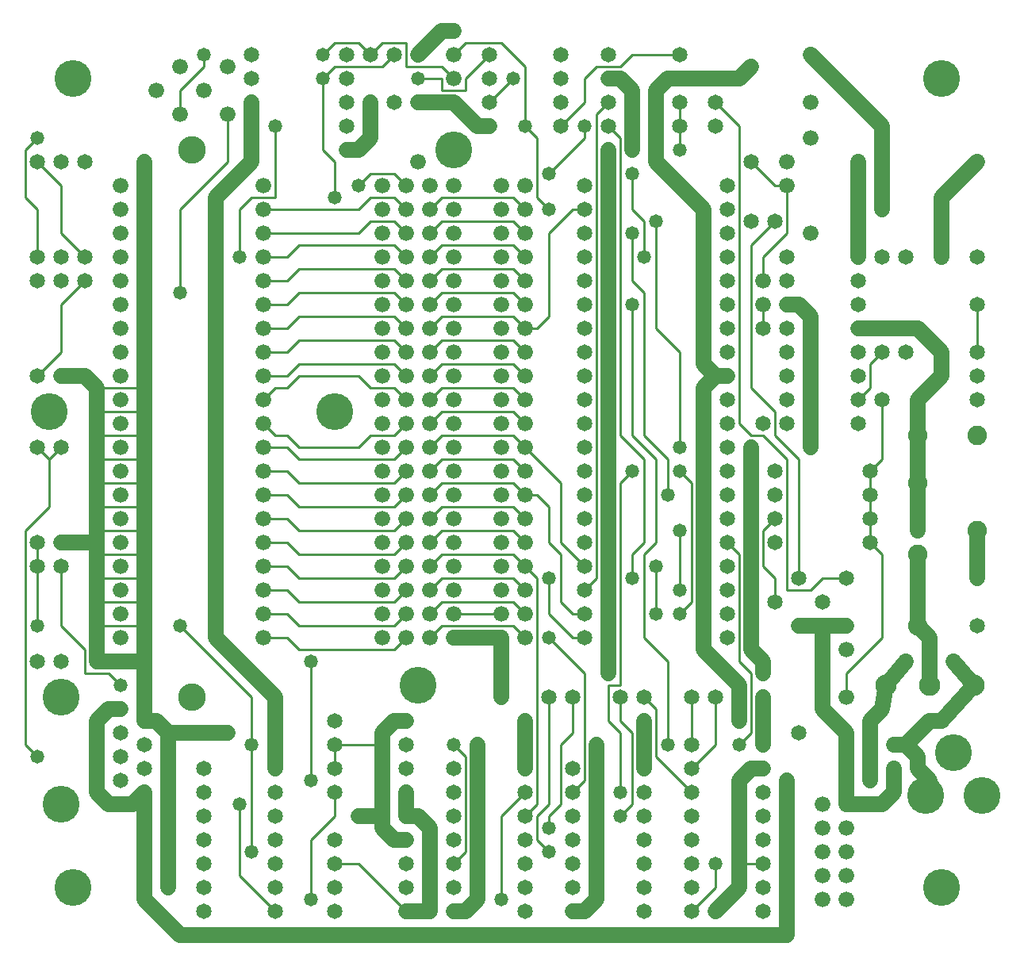
<source format=gtl>
%MOIN*%
%FSLAX25Y25*%
G04 D10 used for Character Trace; *
G04     Circle (OD=.01000) (No hole)*
G04 D11 used for Power Trace; *
G04     Circle (OD=.06700) (No hole)*
G04 D12 used for Signal Trace; *
G04     Circle (OD=.01100) (No hole)*
G04 D13 used for Via; *
G04     Circle (OD=.05800) (Round. Hole ID=.02800)*
G04 D14 used for Component hole; *
G04     Circle (OD=.06500) (Round. Hole ID=.03500)*
G04 D15 used for Component hole; *
G04     Circle (OD=.06600) (Round. Hole ID=.04200)*
G04 D16 used for Component hole; *
G04     Circle (OD=.08200) (Round. Hole ID=.05200)*
G04 D17 used for Component hole; *
G04     Circle (OD=.08950) (Round. Hole ID=.05950)*
G04 D18 used for Component hole; *
G04     Circle (OD=.11600) (Round. Hole ID=.08600)*
G04 D19 used for Component hole; *
G04     Circle (OD=.15500) (Round. Hole ID=.12500)*
G04 D20 used for Component hole; *
G04     Circle (OD=.18200) (Round. Hole ID=.15200)*
G04 D21 used for Component hole; *
G04     Circle (OD=.24300) (Round. Hole ID=.21300)*
%ADD10C,.01000*%
%ADD11C,.06700*%
%ADD12C,.01100*%
%ADD13C,.05800*%
%ADD14C,.06500*%
%ADD15C,.06600*%
%ADD16C,.08200*%
%ADD17C,.08950*%
%ADD18C,.11600*%
%ADD19C,.15500*%
%ADD20C,.18200*%
%ADD21C,.24300*%
%IPPOS*%
%LPD*%
G90*X0Y0D02*D19*X25000Y25000D03*D11*              
X70000Y5000D02*X55000Y20000D01*X70000Y5000D02*    
X325000D01*Y70000D01*D13*D03*D14*X315000Y75000D03*
D11*X310000D01*X305000Y70000D01*Y35000D01*        
Y25000D01*X295000Y15000D01*D13*D03*D14*           
X285000Y25000D03*D12*Y15000D02*X295000Y25000D01*  
D14*X285000Y15000D03*D12*X295000Y25000D02*        
Y35000D01*D13*D03*D14*X285000Y45000D03*D12*       
X305000Y35000D02*X315000D01*D14*D03*Y45000D03*    
Y25000D03*Y55000D03*Y15000D03*D15*                
X340000Y60000D03*Y20000D03*Y30000D03*Y40000D03*   
Y50000D03*D14*X285000Y65000D03*D12*               
X270000Y80000D01*Y100000D01*X265000Y105000D01*D14*
D03*D12*X260000Y90000D02*X255000Y95000D01*        
X260000Y60000D02*Y90000D01*X255000Y55000D02*      
X260000Y60000D01*D13*X255000Y55000D03*D14*        
X265000Y45000D03*Y65000D03*Y55000D03*D13*         
X255000Y65000D03*D12*Y90000D01*X250000Y95000D01*  
Y110000D01*X255000D01*Y195000D01*                 
X260000Y200000D01*D13*D03*D12*X265000Y170000D02*  
Y205000D01*X260000Y165000D02*X265000Y170000D01*   
X260000Y155000D02*Y165000D01*D13*Y155000D03*D12*  
X265000Y130000D02*Y165000D01*X275000Y120000D02*   
X265000Y130000D01*X275000Y85000D02*Y120000D01*D13*
Y85000D03*D14*X285000Y75000D03*D12*               
X295000Y85000D01*Y105000D01*D14*D03*D13*          
X305000Y95000D03*D11*Y110000D01*X290000Y125000D01*
Y220000D01*D13*D03*D11*Y235000D01*                
X295000Y240000D01*X300000D01*D14*D03*D11*         
X295000D02*X290000Y245000D01*Y310000D01*          
X270000Y330000D01*Y360000D01*X275000Y365000D01*   
X280000D01*D14*D03*D11*X305000D01*                
X310000Y370000D01*D14*D03*X295000Y355000D03*D12*  
X305000Y345000D01*Y220000D01*X310000Y215000D01*   
X315000D01*X325000Y205000D01*Y150000D01*          
X335000D01*X340000Y155000D01*X350000D01*D14*D03*  
X340000Y145000D03*X360000Y170000D03*D12*          
X365000Y165000D01*Y130000D01*X350000Y115000D01*   
Y105000D01*D15*D03*D11*X360000Y70000D02*Y95000D01*
D13*Y70000D03*D15*X350000Y60000D03*D11*X365000D01*
X370000Y65000D01*Y75000D01*D15*D03*D11*           
X380000Y80000D02*X375000Y85000D01*                
X380000Y75000D02*Y80000D01*X385000Y70000D02*      
X380000Y75000D01*X383300Y63500D02*                
X385000Y70000D01*D19*X383300Y63500D03*            
X395000Y81500D03*X406700Y63500D03*D11*            
X370000Y85000D02*X375000D01*D15*X370000D03*D11*   
X375000D02*X385000Y95000D01*X390000D01*           
X403500Y110000D01*D17*D03*D11*X395000Y120000D01*  
D15*D03*D11*X385000D02*Y130000D01*D15*Y120000D03* 
D11*Y110000D01*D17*D03*D15*X375000Y120000D03*D11* 
X366500Y110000D01*D17*D03*D11*X365000Y100000D01*  
X360000Y95000D01*D14*X350000Y90000D03*D11*        
Y60000D01*D15*Y50000D03*Y40000D03*D11*Y90000D02*  
X340000Y100000D01*Y115000D01*D15*D03*D11*         
Y135000D01*X330000D01*D14*D03*X320000Y145000D03*  
D12*Y155000D01*X315000Y160000D01*Y175000D01*      
X320000Y180000D01*D14*D03*Y190000D03*Y170000D03*  
D12*X305000Y120000D02*Y165000D01*                 
X310000Y115000D02*X305000Y120000D01*              
X310000Y90000D02*Y115000D01*X305000Y85000D02*     
X310000Y90000D01*D13*X305000Y85000D03*D14*        
X315000D03*D11*Y105000D01*D14*D03*D13*Y115000D03* 
D11*Y120000D01*X310000Y125000D01*Y210000D01*D13*  
D03*D14*X320000Y200000D03*X300000Y220000D03*      
Y200000D03*X315000Y220000D03*X300000Y210000D03*   
D12*X330000Y205000D02*X320000Y215000D01*          
X330000Y155000D02*Y205000D01*D14*Y155000D03*      
X350000Y135000D03*D11*X340000D01*D15*             
X350000Y125000D03*D12*X305000Y165000D02*          
X300000Y170000D01*D14*D03*Y180000D03*Y160000D03*  
D13*X280000Y150000D03*D12*Y175000D01*D13*D03*D12* 
X265000Y165000D02*X270000Y170000D01*D13*          
Y160000D03*D12*Y140000D01*D13*D03*X280000D03*D12* 
X285000Y145000D01*Y195000D01*X280000Y200000D01*   
D13*D03*D12*X275000Y190000D02*Y205000D01*D13*     
Y190000D03*D12*Y205000D02*X265000Y215000D01*      
Y275000D01*X260000Y280000D01*Y300000D01*D13*D03*  
D12*X265000Y290000D02*Y305000D01*D13*Y290000D03*  
X270000Y305000D03*D12*Y260000D01*                 
X280000Y250000D01*Y210000D01*D13*D03*D12*         
X270000Y170000D02*Y205000D01*X240000Y150000D02*   
X245000Y155000D01*D14*X240000Y150000D03*D12*      
X245000Y155000D02*Y350000D01*X250000Y355000D01*   
D14*D03*D12*X240000D02*Y365000D01*                
X230000Y345000D02*X240000Y355000D01*D14*          
X230000Y345000D03*D12*X225000Y325000D02*          
X240000Y340000D01*D13*X225000Y325000D03*D12*      
Y310000D02*X220000Y315000D01*D13*                 
X225000Y310000D03*D12*X220000Y315000D02*          
Y340000D01*X215000Y345000D01*D13*D03*D12*         
Y370000D01*X205000Y380000D01*X190000D01*          
X185000Y375000D01*D15*D03*D12*Y365000D02*         
X180000Y370000D01*D15*X185000Y365000D03*D12*      
X180000Y360000D02*X190000D01*X180000D02*          
Y365000D01*X170000D01*D13*D03*D12*                
X165000Y370000D02*X180000D01*X190000Y360000D02*   
Y365000D01*X200000Y375000D01*D14*D03*D13*         
X210000Y365000D03*D12*X200000Y355000D01*D14*D03*  
D11*X195000Y345000D02*X200000D01*D14*D03*D11*     
X195000D02*X185000Y355000D01*X170000D01*D14*D03*  
X160000D03*D12*X135000Y370000D02*X155000D01*      
X130000Y365000D02*X135000Y370000D01*D13*          
X130000Y365000D03*D12*Y335000D01*                 
X135000Y330000D01*Y315000D01*D13*D03*D12*         
X105000Y310000D02*X145000D01*D15*X105000D03*D12*  
X100000Y315000D02*X110000D01*X95000Y310000D02*    
X100000Y315000D01*X95000Y290000D02*Y310000D01*D13*
Y290000D03*D15*X105000Y280000D03*D12*X115000D01*  
X120000Y285000D01*X160000D01*X165000Y280000D01*   
D15*D03*D12*Y270000D02*X160000Y275000D01*D15*     
X165000Y270000D03*D12*X120000Y275000D02*          
X160000D01*X115000Y270000D02*X120000Y275000D01*   
X105000Y270000D02*X115000D01*D15*X105000D03*D12*  
Y260000D02*X115000D01*D15*X105000D03*D12*         
Y250000D02*X115000D01*D15*X105000D03*D12*         
Y240000D02*X115000D01*D15*X105000D03*D12*         
Y230000D02*X110000Y235000D01*D15*                 
X105000Y230000D03*D12*X110000Y235000D02*          
X115000D01*X120000Y240000D01*X145000D01*          
X150000Y235000D01*X160000D01*X165000Y230000D01*   
D15*D03*X175000Y220000D03*D12*X180000Y225000D01*  
X210000D01*X215000Y220000D01*D15*D03*D12*         
Y210000D02*X210000Y215000D01*D15*                 
X215000Y210000D03*D12*X230000Y195000D01*          
Y170000D01*X240000Y160000D01*D14*D03*D12*         
X230000Y145000D02*Y165000D01*X235000Y140000D02*   
X230000Y145000D01*X235000Y140000D02*X240000D01*   
D14*D03*D12*X235000Y130000D02*X240000D01*D14*D03* 
D12*X235000D02*X225000Y140000D01*Y155000D01*D13*  
D03*D12*X220000Y60000D02*Y155000D01*              
X215000Y55000D02*X220000Y60000D01*D14*            
X215000Y55000D03*D12*X220000Y45000D02*Y55000D01*  
X225000Y40000D02*X220000Y45000D01*D13*            
X225000Y40000D03*D14*X235000Y35000D03*            
X215000Y45000D03*D13*X225000Y50000D03*D12*        
Y55000D01*X230000Y60000D01*Y85000D01*             
X235000Y90000D01*Y105000D01*D14*D03*D12*          
X240000Y70000D02*Y115000D01*X235000Y65000D02*     
X240000Y70000D01*D14*X235000Y65000D03*Y75000D03*  
Y55000D03*D12*X220000D02*X225000Y60000D01*        
Y105000D01*D14*D03*D13*X215000Y95000D03*D11*      
Y85000D01*D14*D03*D11*Y75000D01*D14*D03*Y65000D03*
D12*X205000Y55000D01*Y20000D01*D13*D03*D14*       
X215000Y15000D03*D11*X190000D02*X195000Y20000D01* 
X185000Y15000D02*X190000D01*D14*X185000D03*       
Y25000D03*D11*X165000Y15000D02*X175000D01*D14*    
X165000D03*D12*X145000Y35000D01*X135000D01*D14*   
D03*D12*X125000Y20000D02*Y45000D01*D13*Y20000D03* 
D14*X135000Y15000D03*Y25000D03*X110000Y35000D03*  
Y25000D03*Y15000D03*D12*X95000Y30000D01*Y60000D01*
D13*D03*D14*X110000Y45000D03*Y75000D03*D11*       
Y90000D01*D14*D03*D11*Y105000D01*X90000Y125000D01*
D13*D03*D11*X85000Y130000D01*Y315000D01*          
X100000Y330000D01*Y345000D01*D14*D03*D11*         
Y355000D01*D14*D03*D13*X110000Y345000D03*D12*     
Y315000D01*D15*X105000Y320000D03*Y300000D03*D12*  
X145000D01*X150000Y305000D01*X160000D01*          
X165000Y300000D01*D15*D03*D12*Y290000D02*         
X160000Y295000D01*D15*X165000Y290000D03*D12*      
X120000Y295000D02*X160000D01*X115000Y290000D02*   
X120000Y295000D01*X105000Y290000D02*X115000D01*   
D15*X105000D03*D12*X115000Y260000D02*             
X120000Y265000D01*X115000Y250000D02*              
X120000Y255000D01*X115000Y240000D02*              
X120000Y245000D01*X160000D01*X165000Y240000D01*   
D15*D03*X175000Y230000D03*D12*X180000Y235000D01*  
X210000D01*X215000Y230000D01*D15*D03*             
X205000Y240000D03*Y220000D03*X215000Y240000D03*   
D12*X210000Y245000D01*X180000D01*                 
X175000Y240000D01*D15*D03*X185000Y230000D03*      
Y250000D03*X165000D03*D12*X160000Y255000D01*      
X120000D01*Y265000D02*X160000D01*                 
X165000Y260000D01*D15*D03*X175000Y250000D03*D12*  
X180000Y255000D01*X210000D01*X215000Y250000D01*   
D15*D03*X205000Y260000D03*D12*X215000D02*         
X220000D01*D15*X215000D03*D12*X210000Y265000D01*  
X180000D01*X175000Y260000D01*D15*D03*             
X185000Y270000D03*Y260000D03*X175000Y270000D03*   
D12*X180000Y275000D01*X210000D01*                 
X215000Y270000D01*D15*D03*X205000Y280000D03*D12*  
X220000Y260000D02*X225000Y265000D01*Y300000D01*   
X235000Y310000D01*X240000D01*D14*D03*Y320000D03*  
Y300000D03*D12*X265000Y305000D02*                 
X260000Y310000D01*Y325000D01*D13*D03*             
X250000Y335000D03*D11*Y230000D01*D13*D03*D11*     
Y210000D01*D13*D03*D11*Y115000D01*D13*D03*D12*    
X240000D02*X225000Y130000D01*D13*D03*D15*         
X215000Y140000D03*D12*X210000Y145000D01*          
X180000D01*X175000Y140000D01*D15*D03*D12*         
Y130000D02*X180000Y135000D01*D15*                 
X175000Y130000D03*D12*X180000Y135000D02*          
X210000D01*X215000Y130000D01*D15*D03*             
X205000Y140000D03*D12*X185000D01*D15*D03*         
X175000Y150000D03*D12*X180000Y155000D01*          
X210000D01*X215000Y150000D01*D15*D03*D12*         
X220000Y155000D02*X215000Y160000D01*D15*D03*D12*  
X210000Y165000D01*X180000D01*X175000Y160000D01*   
D15*D03*X185000Y150000D03*Y170000D03*X165000D03*  
D12*X160000Y165000D01*X120000D01*                 
X115000Y170000D01*X105000D01*D15*D03*D12*         
X120000Y155000D02*X115000Y160000D01*              
X120000Y155000D02*X160000D01*X165000Y160000D01*   
D15*D03*X175000Y170000D03*D12*X180000Y175000D01*  
X210000D01*X215000Y170000D01*D15*D03*             
X205000Y180000D03*Y160000D03*D12*                 
X230000Y165000D02*X225000Y170000D01*Y185000D01*   
X220000Y190000D01*X215000D01*D15*D03*D12*         
X210000Y195000D01*X180000D01*X175000Y190000D01*   
D15*D03*D12*Y180000D02*X180000Y185000D01*D15*     
X175000Y180000D03*D12*X180000Y185000D02*          
X210000D01*X215000Y180000D01*D15*D03*             
X205000Y190000D03*Y170000D03*X215000Y200000D03*   
D12*X210000Y205000D01*X180000D01*                 
X175000Y200000D01*D15*D03*X185000Y190000D03*      
Y210000D03*X165000D03*D12*X160000Y205000D01*      
X120000D01*X115000Y210000D01*X105000D01*D15*D03*  
D12*X110000Y215000D02*X115000D01*                 
X120000Y210000D01*X145000D01*X150000Y215000D01*   
X160000D01*X165000Y220000D01*D15*D03*             
X175000Y210000D03*D12*X180000Y215000D01*          
X210000D01*D15*X205000Y210000D03*Y200000D03*      
Y230000D03*X185000Y240000D03*Y220000D03*          
Y200000D03*D14*X240000Y190000D03*Y200000D03*      
Y210000D03*Y220000D03*Y230000D03*Y240000D03*      
Y250000D03*D15*X185000Y180000D03*                 
X205000Y250000D03*D14*X240000Y180000D03*          
Y260000D03*D12*X265000Y205000D02*                 
X255000Y215000D01*X270000Y205000D02*              
X260000Y215000D01*Y270000D01*D13*D03*D14*         
X240000Y290000D03*Y280000D03*Y270000D03*          
X300000Y230000D03*Y310000D03*Y250000D03*          
Y260000D03*Y270000D03*Y280000D03*Y290000D03*      
Y300000D03*D15*X215000Y310000D03*D12*             
X210000Y315000D01*X180000D01*X175000Y310000D01*   
D15*D03*D12*Y300000D02*X180000Y305000D01*D15*     
X175000Y300000D03*D12*Y290000D02*                 
X180000Y295000D01*D15*X175000Y290000D03*D12*      
Y280000D02*X180000Y285000D01*D15*                 
X175000Y280000D03*D12*X180000Y285000D02*          
X210000D01*X215000Y280000D01*D15*D03*             
X205000Y290000D03*Y270000D03*X215000Y290000D03*   
D12*X210000Y295000D01*X180000D01*D15*             
X185000Y290000D03*Y300000D03*D12*                 
X180000Y305000D02*X210000D01*X215000Y300000D01*   
D15*D03*X205000Y310000D03*Y300000D03*             
X215000Y320000D03*X205000D03*X185000D03*          
Y310000D03*Y280000D03*D19*Y335000D03*D12*         
X255000Y215000D02*Y340000D01*D14*                 
X300000Y190000D03*X240000Y170000D03*D12*          
X320000Y225000D02*X310000Y235000D01*              
X320000Y215000D02*Y225000D01*D14*                 
X325000Y220000D03*D13*X335000Y210000D03*D11*      
Y240000D01*D13*D03*D11*Y265000D01*                
X330000Y270000D01*X325000D01*D14*D03*D15*         
X315000Y280000D03*D12*Y290000D01*                 
X325000Y300000D01*Y320000D01*D15*D03*D12*         
X320000D01*X310000Y330000D01*D14*D03*             
X300000Y320000D03*X295000Y345000D03*D15*          
X325000Y330000D03*X335000Y355000D03*D14*          
X310000Y305000D03*D15*X335000Y340000D03*D14*      
X320000Y305000D03*D12*X310000Y295000D01*          
Y235000D01*D14*X325000Y250000D03*Y230000D03*      
Y240000D03*Y260000D03*X315000D03*D12*Y270000D01*  
D15*D03*D14*X325000Y280000D03*Y290000D03*D15*     
X335000Y300000D03*D14*X355000Y230000D03*D12*      
X360000Y235000D01*Y245000D01*X365000Y250000D01*   
D14*D03*X355000Y260000D03*D11*X380000D01*         
X390000Y250000D01*Y240000D01*D15*D03*D11*         
X380000Y230000D01*Y215000D01*D16*D03*D11*         
Y195000D01*D16*D03*D11*Y175000D01*D15*D03*D16*    
Y165000D03*D11*Y135000D01*D16*D03*D11*            
X385000Y130000D01*D14*X405000Y135000D03*          
Y155000D03*D11*Y175000D01*D16*D03*D12*            
X360000Y200000D02*X365000Y205000D01*D14*          
X360000Y200000D03*D12*Y190000D01*D14*D03*D12*     
Y180000D01*D14*D03*D12*Y170000D01*                
X365000Y205000D02*Y230000D01*D14*D03*             
X355000Y240000D03*Y220000D03*X375000Y250000D03*   
X355000D03*X405000Y270000D03*D12*Y250000D01*D14*  
D03*Y240000D03*Y230000D03*D16*Y215000D03*D14*     
X365000Y290000D03*X405000D03*D15*X390000D03*D11*  
Y315000D01*X405000Y330000D01*D15*D03*D19*         
X390000Y365000D03*D14*X375000Y290000D03*D11*      
X365000Y310000D02*Y345000D01*D13*Y310000D03*D14*  
X355000Y290000D03*D11*Y330000D01*D15*D03*D11*     
X365000Y345000D02*X335000Y375000D01*D15*D03*D14*  
X280000D03*D12*X260000D01*X255000Y370000D01*      
X245000D01*X240000Y365000D01*D14*                 
X250000Y375000D03*X230000D03*Y355000D03*          
X250000Y365000D03*D11*X255000D01*                 
X260000Y360000D01*Y335000D01*D13*D03*D12*         
X255000Y340000D02*X250000Y345000D01*D14*D03*D13*  
X240000D03*D12*Y340000D01*D14*X230000Y365000D03*  
X200000D03*D13*X280000Y335000D03*D12*Y345000D01*  
D14*D03*D12*Y355000D01*D14*D03*X355000Y280000D03* 
Y270000D03*D15*X185000Y385000D03*D11*X180000D01*  
X170000Y375000D01*D14*D03*D12*X165000Y370000D02*  
Y380000D01*D14*X160000Y375000D03*D12*             
X155000Y370000D01*D14*X150000Y375000D03*D12*      
X155000Y380000D01*X165000D01*X150000Y375000D02*   
X145000Y380000D01*X135000D01*X130000Y375000D01*   
D13*D03*D14*X140000Y365000D03*Y375000D03*         
X150000Y355000D03*D11*Y340000D01*                 
X145000Y335000D01*X140000D01*D13*D03*D12*         
X145000Y320000D02*X150000Y325000D01*D13*          
X145000Y320000D03*D12*Y310000D02*                 
X150000Y315000D01*X160000D01*X165000Y310000D01*   
D15*D03*X175000Y320000D03*X155000D03*Y300000D03*  
X165000Y320000D03*D12*X160000Y325000D01*          
X150000D01*D15*X155000Y310000D03*                 
X170000Y330000D03*D14*X140000Y345000D03*          
Y355000D03*D15*X155000Y290000D03*Y280000D03*D14*  
X100000Y375000D03*Y365000D03*D15*                 
X155000Y270000D03*X90000Y370000D03*Y350000D03*D12*
Y330000D01*X70000Y310000D01*Y275000D01*D13*D03*   
D15*X45000Y300000D03*Y250000D03*Y290000D03*       
Y280000D03*Y270000D03*Y260000D03*Y240000D03*      
Y310000D03*D11*X35000Y225000D02*Y235000D01*       
Y215000D02*Y225000D01*Y205000D02*Y215000D01*      
Y195000D02*Y205000D01*Y185000D02*Y195000D01*      
Y175000D02*Y185000D01*Y170000D02*Y175000D01*      
Y165000D02*Y170000D01*Y155000D02*Y165000D01*      
Y145000D02*Y155000D01*Y135000D02*Y145000D01*      
Y120000D02*Y135000D01*Y120000D02*X55000D01*       
Y95000D01*D14*D03*D11*X60000D01*X65000Y90000D01*  
Y25000D01*D13*D03*D11*X55000Y20000D02*Y65000D01*  
D14*D03*D11*X50000Y60000D01*X40000D01*            
X35000Y65000D01*Y95000D01*X40000Y100000D01*       
X45000D01*D14*D03*D13*Y110000D03*D12*             
X40000Y115000D01*X30000D01*Y125000D01*            
X20000Y135000D01*Y160000D01*D14*D03*              
X10000Y170000D03*D12*Y160000D01*D14*D03*D12*      
Y135000D01*D13*D03*D14*Y120000D03*X20000D03*D12*  
X35000Y135000D02*X55000D01*D11*Y120000D01*D15*    
X45000Y130000D03*D13*X70000Y135000D03*D12*        
X100000Y105000D01*Y85000D01*D13*D03*D12*Y40000D01*
D13*D03*D14*X110000Y55000D03*X80000D03*Y45000D03* 
Y35000D03*Y25000D03*Y15000D03*X110000Y65000D03*   
D12*X125000Y45000D02*X135000Y55000D01*Y65000D01*  
D14*D03*X145000Y55000D03*D11*X155000D01*Y50000D01*
X160000Y45000D01*X165000D01*D14*D03*D11*          
X155000Y55000D02*Y85000D01*D12*X135000D01*D14*D03*
D12*Y75000D01*D14*D03*D13*X125000Y70000D03*D12*   
Y120000D01*D13*D03*D12*X120000Y125000D02*         
X160000D01*X165000Y130000D01*D15*D03*D12*         
X120000Y135000D02*X160000D01*X120000D02*          
X115000Y140000D01*X105000D01*D15*D03*D12*         
X120000Y125000D02*X115000Y130000D01*X105000D01*   
D15*D03*D12*X120000Y145000D02*X160000D01*         
X165000Y150000D01*D15*D03*X155000Y160000D03*      
Y140000D03*Y150000D03*X165000Y140000D03*D12*      
X160000Y135000D01*D15*X155000Y130000D03*          
X185000Y160000D03*Y130000D03*D11*X205000D01*D15*  
D03*D11*Y115000D01*D13*D03*D11*Y105000D01*D14*D03*
D13*X185000Y85000D03*D12*X190000Y80000D01*        
Y40000D01*X185000Y35000D01*D14*D03*Y45000D03*D11* 
X175000Y15000D02*Y50000D01*D14*X165000Y25000D03*  
D11*X195000Y20000D02*Y85000D01*D14*D03*           
X185000Y75000D03*Y65000D03*D19*X170000Y110000D03* 
D14*X165000Y55000D03*D11*X170000D01*              
X175000Y50000D01*X165000Y55000D02*Y65000D01*D14*  
D03*Y75000D03*X185000Y55000D03*X165000Y85000D03*  
D11*X155000D02*Y90000D01*X160000Y95000D01*        
X165000D01*D14*D03*X135000D03*Y45000D03*D12*      
X120000Y145000D02*X115000Y150000D01*X105000D01*   
D15*D03*D12*Y160000D02*X115000D01*D15*X105000D03* 
D12*X120000Y175000D02*X160000D01*                 
X165000Y180000D01*D15*D03*D12*X120000Y185000D02*  
X160000D01*X120000D02*X115000Y190000D01*          
X105000D01*D15*D03*D12*X120000Y175000D02*         
X115000Y180000D01*X105000D01*D15*D03*D12*         
X120000Y195000D02*X160000D01*X165000Y200000D01*   
D15*D03*X155000Y210000D03*Y190000D03*Y200000D03*  
X165000Y190000D03*D12*X160000Y185000D01*D15*      
X155000Y180000D03*Y170000D03*Y220000D03*D12*      
X120000Y195000D02*X115000Y200000D01*X105000D01*   
D15*D03*D12*X110000Y215000D02*X105000Y220000D01*  
D15*D03*D19*X135000Y225000D03*D11*X55000D02*      
Y235000D01*Y215000D02*Y225000D01*Y205000D02*      
Y215000D01*Y195000D02*Y205000D01*Y185000D02*      
Y195000D01*Y175000D02*Y185000D01*Y165000D02*      
Y175000D01*Y155000D02*Y165000D01*Y145000D02*      
Y155000D01*Y135000D02*Y145000D01*D15*             
X45000Y140000D03*D12*X35000Y145000D02*X55000D01*  
X35000Y155000D02*X55000D01*D15*X45000Y160000D03*  
D12*X35000Y165000D02*X55000D01*D11*               
X20000Y170000D02*X35000D01*D14*X20000D03*D12*     
X35000Y185000D02*X55000D01*D15*X45000Y190000D03*  
D12*X35000Y195000D02*X55000D01*X35000Y205000D02*  
X55000D01*D15*X45000Y210000D03*D12*               
X35000Y215000D02*X55000D01*X35000Y225000D02*      
X55000D01*D15*X45000Y230000D03*D12*               
X35000Y235000D02*X55000D01*D11*X35000D02*         
X30000Y240000D01*D14*D03*D11*X20000D01*D14*D03*   
D12*X10000D02*X20000Y250000D01*D14*               
X10000Y240000D03*D12*X20000Y250000D02*Y270000D01* 
X30000Y280000D01*D14*D03*X20000Y290000D03*        
X30000D03*D12*X20000Y300000D01*Y320000D01*        
X10000Y330000D01*D14*D03*D12*X5000Y315000D02*     
Y335000D01*X10000Y310000D02*X5000Y315000D01*      
X10000Y290000D02*Y310000D01*D14*Y290000D03*       
X20000Y280000D03*X10000D03*D15*X45000Y320000D03*  
D14*X30000Y330000D03*X20000D03*D12*               
X5000Y335000D02*X10000Y340000D01*D13*D03*D19*     
X25000Y365000D03*D13*X55000Y330000D03*D11*        
Y235000D01*D15*X45000Y220000D03*Y200000D03*D14*   
X20000Y210000D03*D12*X15000Y205000D01*Y185000D01* 
X5000Y175000D01*Y85000D01*X10000Y80000D01*D13*D03*
D19*X20000Y60000D03*Y105000D03*D14*               
X45000Y70000D03*Y80000D03*Y90000D03*              
X55000Y75000D03*Y85000D03*D11*X65000Y90000D02*    
X90000D01*D14*D03*D18*X75000Y105000D03*D14*       
X80000Y75000D03*Y65000D03*D15*X45000Y150000D03*   
D14*X165000Y35000D03*D15*X45000Y170000D03*D12*    
X35000Y175000D02*X55000D01*D15*X45000Y180000D03*  
D12*X15000Y205000D02*X10000Y210000D01*D14*D03*D19*
X15000Y225000D03*D18*X75000Y335000D03*D15*        
X70000Y350000D03*D12*Y360000D01*X80000Y370000D01* 
Y375000D01*D13*D03*D15*X70000Y370000D03*          
X80000Y360000D03*X60000D03*X155000Y260000D03*     
Y250000D03*Y240000D03*Y230000D03*                 
X205000Y150000D03*D14*X300000D03*Y140000D03*      
Y130000D03*X255000Y105000D03*D12*Y95000D01*D14*   
X265000Y85000D03*D11*Y75000D01*D14*D03*D11*       
Y85000D02*Y95000D01*D13*D03*D14*X285000Y85000D03* 
D12*Y105000D01*D14*D03*X245000Y85000D03*D11*      
Y20000D01*X240000Y15000D01*X235000D01*D14*D03*    
Y25000D03*X215000Y35000D03*Y25000D03*             
X265000Y15000D03*X235000Y45000D03*                
X265000Y25000D03*Y35000D03*X285000D03*Y55000D03*  
X315000Y65000D03*X330000Y90000D03*D15*            
X350000Y20000D03*Y30000D03*D19*X390000Y25000D03*  
M02*                                              

</source>
